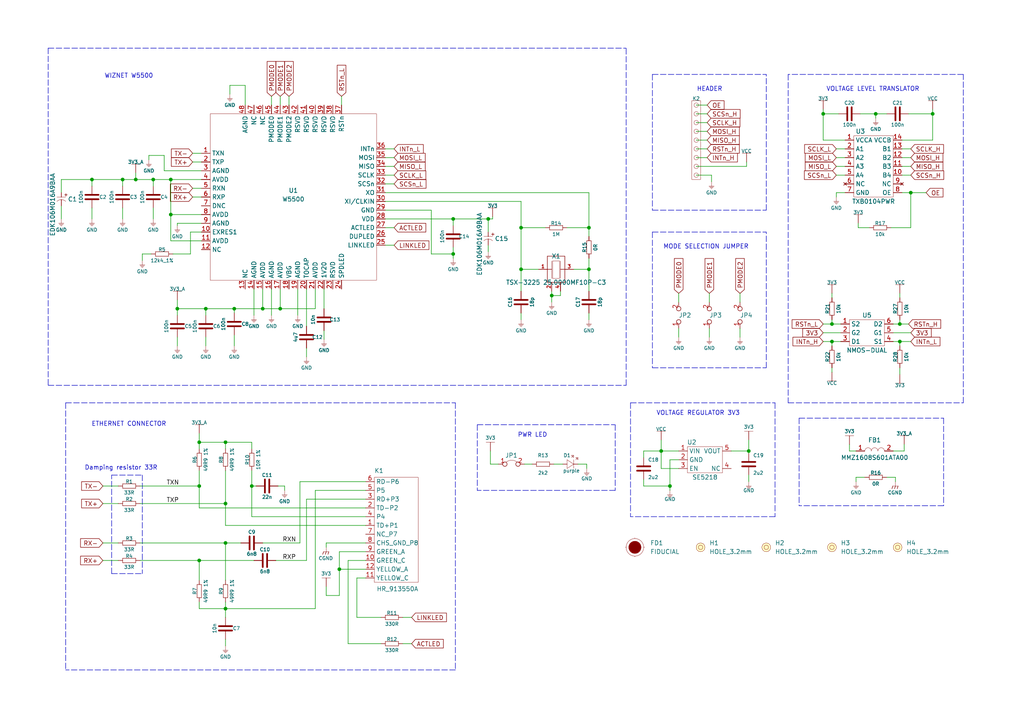
<source format=kicad_sch>
(kicad_sch (version 20211123) (generator eeschema)
  (paper "A4")
  (title_block (title "Ethernet controller W5500 board") (date "22.02.2022") (rev "v1.1.1.") (company "SOLDERED") (comment 1 "333039"))
  (lib_symbols
    (symbol "e-radionica.com schematics:0402LED" (pin_numbers hide) (pin_names (offset 0.254) hide)
      (property "Reference" "D" (at -0.635 2.54 0))
      (property "Value" "0402LED" (at 0 -2.54 0))
      (symbol "0402LED_1_1"
        (pin passive line (at -1.905 0 0) (length 1.27) (name "A") (number "1"))
        (pin passive line (at 2.54 0 180) (length 1.27) (name "K") (number "2"))
      )
    )
    (symbol "e-radionica.com schematics:0402R" (pin_numbers hide) (pin_names (offset 0.254))
      (property "Reference" "R" (at -1.905 1.27 0))
      (property "Value" "0402R" (at 0 -1.27 0))
      (symbol "0402R_1_1"
        (pin passive line (at -3.175 0 0) (length 1.27) (name "~") (number "1"))
        (pin passive line (at 3.175 0 180) (length 1.27) (name "~") (number "2"))
      )
    )
    (symbol "e-radionica.com schematics:0603C" (pin_numbers hide) (pin_names (offset 0.002))
      (property "Reference" "C" (at -0.635 3.175 0))
      (property "Value" "0603C" (at 0 -3.175 0))
      (symbol "0603C_1_1"
        (pin passive line (at -3.175 0 0) (length 2.54) (name "~") (number "1"))
        (pin passive line (at 3.175 0 180) (length 2.54) (name "~") (number "2"))
      )
    )
    (symbol "e-radionica.com schematics:0603L"
      (property "Reference" "L" (at 0 1.905 0))
      (property "Value" "0603L" (at 0 -1.27 0))
      (symbol "0603L_1_1"
        (pin passive line (at -5.715 0 0) (length 2.54) (name "") (number "1"))
        (pin passive line (at 5.08 0 180) (length 2.54) (name "") (number "2"))
      )
    )
    (symbol "e-radionica.com schematics:0603R" (pin_numbers hide) (pin_names (offset 0.254))
      (property "Reference" "R" (at -1.905 1.905 0))
      (property "Value" "0603R" (at 0 -1.905 0))
      (symbol "0603R_1_1"
        (pin passive line (at -3.175 0 0) (length 1.27) (name "~") (number "1"))
        (pin passive line (at 3.175 0 180) (length 1.27) (name "~") (number "2"))
      )
    )
    (symbol "e-radionica.com schematics:3V3" (power) (pin_names (offset 0))
      (property "Value" "3V3" (at 0 3.556 0))
      (symbol "3V3_1_1"
        (pin power_in line (at 0 0 90) (length 0) hide (name "3V3") (number "1"))
      )
    )
    (symbol "e-radionica.com schematics:3V3_A" (power) (pin_names (offset 0))
      (property "Value" "3V3_A" (at 0 3.556 0))
      (symbol "3V3_A_1_1"
        (pin power_in line (at 0 0 90) (length 0) hide (name "3V3_A") (number "1"))
      )
    )
    (symbol "e-radionica.com schematics:CGND" (power) (pin_names (offset 0))
      (property "Value" "CGND" (at 0 -2.921 0))
      (symbol "CGND_1_1"
        (pin power_in line (at 0 0 270) (length 0) hide (name "CGND") (number "1"))
      )
    )
    (symbol "e-radionica.com schematics:CRYSTAL_3225_4_PAD"
      (property "Reference" "X" (at 0 7.112 0))
      (property "Value" "CRYSTAL_3225_4_PAD" (at 0 5.334 0))
      (symbol "CRYSTAL_3225_4_PAD_1_1"
        (pin passive line (at -5.08 0 0) (length 2.54) (name "") (number "1"))
        (pin power_in line (at -1.27 -6.35 90) (length 2.54) (name "") (number "2"))
        (pin output line (at 5.08 0 180) (length 2.54) (name "") (number "3"))
        (pin power_in line (at 1.27 -6.35 90) (length 2.54) (name "") (number "4"))
      )
    )
    (symbol "e-radionica.com schematics:ELECTROLITIC_CAP_4mm" (pin_numbers hide) (pin_names hide)
      (property "Reference" "C" (at -1.27 2.54 0))
      (property "Value" "ELECTROLITIC_CAP_4mm" (at 0 -2.54 0))
      (symbol "ELECTROLITIC_CAP_4mm_0_0"
        (text "+" (at -1.905 1.27 0) (effects (font (size 1 1))))
      )
      (symbol "ELECTROLITIC_CAP_4mm_1_1"
        (pin input line (at -2.54 0 0) (length 1.27) (name "+") (number "1"))
        (pin input line (at 1.27 0 180) (length 1.8) (name "-") (number "2"))
      )
    )
    (symbol "e-radionica.com schematics:FIDUCIAL" (in_bom no)
      (property "Reference" "FD" (at 0 3.81 0))
      (property "Value" "FIDUCIAL" (at 0 -3.81 0))
    )
    (symbol "e-radionica.com schematics:GND" (power) (pin_names (offset 0))
      (property "Value" "GND" (at 0 -2.921 0))
      (symbol "GND_1_1"
        (pin power_in line (at 0 0 270) (length 0) hide (name "GND") (number "1"))
      )
    )
    (symbol "e-radionica.com schematics:GND_3" (power) (pin_names (offset 0))
      (property "Value" "GND" (at 0 -2.921 0))
      (symbol "GND_3_1_1"
        (pin power_in line (at 0 0 270) (length 0) hide (name "GND") (number "1"))
      )
    )
    (symbol "e-radionica.com schematics:HEADER_MALE_9X1" (pin_numbers hide) (pin_names hide)
      (property "Reference" "K" (at -0.635 12.7 0))
      (property "Value" "HEADER_MALE_9X1" (at 0.635 -12.7 0))
      (symbol "HEADER_MALE_9X1_1_1"
        (pin passive line (at 0 -10.16 180) (length 0) (name "~") (number "1"))
        (pin passive line (at 0 -7.62 180) (length 0) (name "~") (number "2"))
        (pin passive line (at 0 -5.08 180) (length 0) (name "~") (number "3"))
        (pin passive line (at 0 -2.54 180) (length 0) (name "~") (number "4"))
        (pin passive line (at 0 0 180) (length 0) (name "~") (number "5"))
        (pin passive line (at 0 2.54 180) (length 0) (name "~") (number "6"))
        (pin passive line (at 0 5.08 180) (length 0) (name "~") (number "7"))
        (pin passive line (at 0 7.62 180) (length 0) (name "~") (number "8"))
        (pin passive line (at 0 10.16 180) (length 0) (name "~") (number "9"))
      )
    )
    (symbol "e-radionica.com schematics:HOLE_3.2mm" (pin_numbers hide) (pin_names hide)
      (property "Reference" "H" (at 0 2.54 0))
      (property "Value" "HOLE_3.2mm" (at 0 -2.54 0))
    )
    (symbol "e-radionica.com schematics:HR_913550A"
      (property "Reference" "K" (at 0 17.78 0))
      (property "Value" "HR_913550A" (at -1.27 -19.05 0))
      (symbol "HR_913550A_1_1"
        (pin input line (at -3.81 1.27 0) (length 2.54) (name "TD+P1") (number "1"))
        (pin input line (at -3.81 -8.89 0) (length 2.54) (name "GREEN_C") (number "10"))
        (pin input line (at -3.81 -13.97 0) (length 2.54) (name "YELLOW_C") (number "11"))
        (pin input line (at -3.81 -11.43 0) (length 2.54) (name "YELLOW_A") (number "12"))
        (pin input line (at -3.81 6.35 0) (length 2.54) (name "TD-P2") (number "2"))
        (pin input line (at -3.81 8.89 0) (length 2.54) (name "RD+P3") (number "3"))
        (pin input line (at -3.81 3.81 0) (length 2.54) (name "P4") (number "4"))
        (pin input line (at -3.81 11.43 0) (length 2.54) (name "P5") (number "5"))
        (pin input line (at -3.81 13.97 0) (length 2.54) (name "RD-P6") (number "6"))
        (pin input line (at -3.81 -1.27 0) (length 2.54) (name "NC_P7") (number "7"))
        (pin input line (at -3.81 -3.81 0) (length 2.54) (name "CHS_GND_P8") (number "8"))
        (pin input line (at -3.81 -6.35 0) (length 2.54) (name "GREEN_A") (number "9"))
      )
    )
    (symbol "e-radionica.com schematics:NMOS-DUAL"
      (property "Reference" "U" (at -3.81 5.08 0))
      (property "Value" "NMOS-DUAL" (at 0 -5.08 0))
      (symbol "NMOS-DUAL_1_1"
        (pin input line (at -7.62 2.54 0) (length 2.54) (name "S2") (number "1"))
        (pin input line (at -7.62 0 0) (length 2.54) (name "G2") (number "2"))
        (pin input line (at -7.62 -2.54 0) (length 2.54) (name "D1") (number "3"))
        (pin input line (at 7.62 -2.54 180) (length 2.54) (name "S1") (number "4"))
        (pin input line (at 7.62 0 180) (length 2.54) (name "G1") (number "5"))
        (pin input line (at 7.62 2.54 180) (length 2.54) (name "D2") (number "6"))
      )
    )
    (symbol "e-radionica.com schematics:SE5218"
      (property "Reference" "U" (at -3.81 5.08 0))
      (property "Value" "SE5218" (at 0 -5.08 0))
      (symbol "SE5218_1_1"
        (pin power_in line (at -7.62 2.54 0) (length 2.54) (name "VIN") (number "1"))
        (pin power_in line (at -7.62 0 0) (length 2.54) (name "GND") (number "2"))
        (pin input line (at -7.62 -2.54 0) (length 2.54) (name "EN") (number "3"))
        (pin passive line (at 7.62 -2.54 180) (length 2.54) (name "NC") (number "4"))
        (pin power_out line (at 7.62 2.54 180) (length 2.54) (name "VOUT") (number "5"))
      )
    )
    (symbol "e-radionica.com schematics:SMD-JUMPER-CONNECTED_TRACE_SLODERMASK"
      (property "Reference" "JP" (at 0 3.556 0))
      (property "Value" "SMD-JUMPER-CONNECTED_TRACE_SLODERMASK" (at 0 -2.54 0))
      (symbol "SMD-JUMPER-CONNECTED_TRACE_SLODERMASK_1_1"
        (pin passive inverted (at -4.064 0 0) (length 2.54) (name "") (number "1"))
        (pin passive inverted (at 3.556 0 180) (length 2.54) (name "") (number "2"))
      )
    )
    (symbol "e-radionica.com schematics:SMD_JUMPER"
      (property "Reference" "JP" (at 0 1.397 0))
      (property "Value" "SMD_JUMPER" (at 0.508 -3.048 0))
      (symbol "SMD_JUMPER_1_1"
        (pin passive inverted (at -3.81 0 0) (length 2.54) (name "") (number "1"))
        (pin passive inverted (at 3.81 0 180) (length 2.54) (name "") (number "2"))
      )
    )
    (symbol "e-radionica.com schematics:TXB0104QPWRQ1"
      (property "Reference" "U" (at 0 8.89 0))
      (property "Value" "TXB0104QPWRQ1" (at 0 -11.43 0))
      (symbol "TXB0104QPWRQ1_1_1"
        (pin power_in line (at -7.62 6.35 0) (length 2.54) (name "VCCA") (number "1"))
        (pin passive line (at 8.89 -3.81 180) (length 2.54) (name "B4") (number "10"))
        (pin passive line (at 8.89 -1.27 180) (length 2.54) (name "B3") (number "11"))
        (pin passive line (at 8.89 1.27 180) (length 2.54) (name "B2") (number "12"))
        (pin passive line (at 8.89 3.81 180) (length 2.54) (name "B1") (number "13"))
        (pin power_out line (at 8.89 6.35 180) (length 2.54) (name "VCCB") (number "14"))
        (pin passive line (at -7.62 3.81 0) (length 2.54) (name "A1") (number "2"))
        (pin passive line (at -7.62 1.27 0) (length 2.54) (name "A2") (number "3"))
        (pin passive line (at -7.62 -1.27 0) (length 2.54) (name "A3") (number "4"))
        (pin passive line (at -7.62 -3.81 0) (length 2.54) (name "A4") (number "5"))
        (pin no_connect line (at -7.62 -6.35 0) (length 2.54) (name "NC") (number "6"))
        (pin passive line (at -7.62 -8.89 0) (length 2.54) (name "GND") (number "7"))
        (pin passive line (at 8.89 -8.89 180) (length 2.54) (name "OE") (number "8"))
        (pin no_connect line (at 8.89 -6.35 180) (length 2.54) (name "NC") (number "9"))
      )
    )
    (symbol "e-radionica.com schematics:VCC" (power) (pin_names (offset 0))
      (property "Value" "VCC" (at 0 3.556 0))
      (symbol "VCC_1_1"
        (pin power_in line (at 0 0 90) (length 0) hide (name "VCC") (number "1"))
      )
    )
    (symbol "e-radionica.com schematics:WIZnet_W5500"
      (property "Reference" "U" (at -26.67 20.32 0))
      (property "Value" "WIZnet_W5500" (at 0 -34.29 0))
      (symbol "WIZnet_W5500_1_1"
        (pin passive line (at -26.67 12.7 0) (length 2.54) (name "TXN") (number "1"))
        (pin passive line (at -26.67 -10.16 0) (length 2.54) (name "EXRES1") (number "10"))
        (pin passive line (at -26.67 -12.7 0) (length 2.54) (name "AVDD") (number "11"))
        (pin passive line (at -26.67 -15.24 0) (length 2.54) (name "NC") (number "12"))
        (pin passive line (at -13.97 -26.67 90) (length 2.54) (name "NC") (number "13"))
        (pin passive line (at -11.43 -26.67 90) (length 2.54) (name "AGND") (number "14"))
        (pin passive line (at -8.89 -26.67 90) (length 2.54) (name "AVDD") (number "15"))
        (pin passive line (at -6.35 -26.67 90) (length 2.54) (name "AGND") (number "16"))
        (pin passive line (at -3.81 -26.67 90) (length 2.54) (name "AVDD") (number "17"))
        (pin passive line (at -1.27 -26.67 90) (length 2.54) (name "VBG") (number "18"))
        (pin passive line (at 1.27 -26.67 90) (length 2.54) (name "AGND") (number "19"))
        (pin passive line (at -26.67 10.16 0) (length 2.54) (name "TXP") (number "2"))
        (pin passive line (at 3.81 -26.67 90) (length 2.54) (name "TOCAP") (number "20"))
        (pin passive line (at 6.35 -26.67 90) (length 2.54) (name "AVDD") (number "21"))
        (pin passive line (at 8.89 -26.67 90) (length 2.54) (name "1V20") (number "22"))
        (pin passive line (at 11.43 -26.67 90) (length 2.54) (name "RSVD") (number "23"))
        (pin passive line (at 13.97 -26.67 90) (length 2.54) (name "SPDLED") (number "24"))
        (pin passive line (at 26.67 -13.97 180) (length 2.54) (name "LINKLED") (number "25"))
        (pin passive line (at 26.67 -11.43 180) (length 2.54) (name "DUPLED") (number "26"))
        (pin passive line (at 26.67 -8.89 180) (length 2.54) (name "ACTLED") (number "27"))
        (pin passive line (at 26.67 -6.35 180) (length 2.54) (name "VDD") (number "28"))
        (pin passive line (at 26.67 -3.81 180) (length 2.54) (name "GND") (number "29"))
        (pin passive line (at -26.67 7.62 0) (length 2.54) (name "AGND") (number "3"))
        (pin passive line (at 26.67 -1.27 180) (length 2.54) (name "XI/CLKIN") (number "30"))
        (pin passive line (at 26.67 1.27 180) (length 2.54) (name "XO") (number "31"))
        (pin passive line (at 26.67 3.81 180) (length 2.54) (name "SCSn") (number "32"))
        (pin passive line (at 26.67 6.35 180) (length 2.54) (name "SCLK") (number "33"))
        (pin passive line (at 26.67 8.89 180) (length 2.54) (name "MISO") (number "34"))
        (pin passive line (at 26.67 11.43 180) (length 2.54) (name "MOSI") (number "35"))
        (pin passive line (at 26.67 13.97 180) (length 2.54) (name "INTn") (number "36"))
        (pin passive line (at 13.97 26.67 270) (length 2.54) (name "RSTn") (number "37"))
        (pin passive line (at 11.43 26.67 270) (length 2.54) (name "RSVD") (number "38"))
        (pin passive line (at 8.89 26.67 270) (length 2.54) (name "RSVD") (number "39"))
        (pin passive line (at -26.67 5.08 0) (length 2.54) (name "AVDD") (number "4"))
        (pin passive line (at 6.35 26.67 270) (length 2.54) (name "RSVD") (number "40"))
        (pin passive line (at 3.81 26.67 270) (length 2.54) (name "RSVD") (number "41"))
        (pin passive line (at 1.27 26.67 270) (length 2.54) (name "RSVD") (number "42"))
        (pin passive line (at -1.27 26.67 270) (length 2.54) (name "PMODE2") (number "43"))
        (pin passive line (at -3.81 26.67 270) (length 2.54) (name "PMODE1") (number "44"))
        (pin passive line (at -6.35 26.67 270) (length 2.54) (name "PMODE0") (number "45"))
        (pin passive line (at -8.89 26.67 270) (length 2.54) (name "NC") (number "46"))
        (pin passive line (at -11.43 26.67 270) (length 2.54) (name "NC") (number "47"))
        (pin passive line (at -13.97 26.67 270) (length 2.54) (name "AGND") (number "48"))
        (pin passive line (at -26.67 2.54 0) (length 2.54) (name "RXN") (number "5"))
        (pin passive line (at -26.67 0 0) (length 2.54) (name "RXP") (number "6"))
        (pin passive line (at -26.67 -2.54 0) (length 2.54) (name "DNC") (number "7"))
        (pin passive line (at -26.67 -5.08 0) (length 2.54) (name "AVDD") (number "8"))
        (pin passive line (at -26.67 -7.62 0) (length 2.54) (name "AGND") (number "9"))
      )
    )
  )
  (junction (at 254 33.02) (diameter 0.9144))
  (junction (at 131.445 73.66) (diameter 0.9144))
  (junction (at 65.405 128.27) (diameter 0.9144))
  (junction (at 35.56 52.07) (diameter 0.9144))
  (junction (at 57.785 128.27) (diameter 0.9144))
  (junction (at 141.605 63.5) (diameter 0.9144))
  (junction (at 51.435 89.535) (diameter 0.9144))
  (junction (at 260.985 99.06) (diameter 0.9144))
  (junction (at 241.3 93.98) (diameter 0.9144))
  (junction (at 49.53 52.07) (diameter 0.9144))
  (junction (at 131.445 63.5) (diameter 0.9144))
  (junction (at 151.13 66.04) (diameter 0.9144))
  (junction (at 57.785 140.97) (diameter 0.9144))
  (junction (at 65.405 146.05) (diameter 0.9144))
  (junction (at 57.785 162.56) (diameter 0.9144))
  (junction (at 67.945 89.535) (diameter 0.9144))
  (junction (at 76.2 89.535) (diameter 0.9144))
  (junction (at 44.45 52.07) (diameter 0.9144))
  (junction (at 98.425 165.1) (diameter 0.9144))
  (junction (at 39.37 52.07) (diameter 0.9144))
  (junction (at 270.51 33.02) (diameter 0.9144))
  (junction (at 238.76 33.02) (diameter 0.9144))
  (junction (at 160.02 85.725) (diameter 0.9144))
  (junction (at 241.3 99.06) (diameter 0.9144))
  (junction (at 73.025 140.97) (diameter 0.9144))
  (junction (at 151.13 78.105) (diameter 0.9144))
  (junction (at 65.405 157.48) (diameter 0.9144))
  (junction (at 26.67 52.07) (diameter 0.9144))
  (junction (at 170.815 66.04) (diameter 0.9144))
  (junction (at 49.53 62.23) (diameter 0.9144))
  (junction (at 194.31 140.97) (diameter 0.9144))
  (junction (at 217.17 130.81) (diameter 0.9144))
  (junction (at 59.69 89.535) (diameter 0.9144))
  (junction (at 260.985 93.98) (diameter 0.9144))
  (junction (at 81.28 89.535) (diameter 0.9144))
  (junction (at 65.405 176.53) (diameter 0.9144))
  (junction (at 264.16 55.88) (diameter 0.9144))
  (junction (at 170.815 78.105) (diameter 0.9144))
  (junction (at 191.77 130.81) (diameter 0.9144))
  (wire (pts (xy 111.76 43.18) (xy 114.3 43.18)))
  (wire (pts (xy 44.45 52.07) (xy 44.45 53.975)))
  (wire (pts (xy 91.44 142.24) (xy 91.44 176.53)))
  (wire (pts (xy 91.44 142.24) (xy 106.045 142.24)))
  (wire (pts (xy 91.44 176.53) (xy 65.405 176.53)))
  (wire (pts (xy 201.93 38.1) (xy 205.105 38.1)))
  (wire (pts (xy 81.28 27.94) (xy 81.28 30.48)))
  (wire (pts (xy 186.69 132.715) (xy 186.69 130.81)))
  (wire (pts (xy 65.405 174.625) (xy 65.405 176.53)))
  (wire (pts (xy 65.405 176.53) (xy 65.405 179.07)))
  (wire (pts (xy 238.76 40.64) (xy 245.11 40.64)))
  (wire (pts (xy 257.175 138.43) (xy 259.715 138.43)))
  (wire (pts (xy 259.715 138.43) (xy 259.715 139.7)))
  (wire (pts (xy 242.57 45.72) (xy 245.11 45.72)))
  (wire (pts (xy 214.63 95.25) (xy 214.63 97.79)))
  (wire (pts (xy 166.37 78.105) (xy 170.815 78.105)))
  (polyline (pts (xy 222.25 106.68) (xy 222.25 67.31)) (stroke (width 0) (type dash)))
  (polyline (pts (xy 138.43 123.19) (xy 138.43 142.24)) (stroke (width 0) (type dash)))
  (wire (pts (xy 57.785 147.32) (xy 57.785 140.97)))
  (wire (pts (xy 88.9 144.78) (xy 106.045 144.78)))
  (wire (pts (xy 88.9 162.56) (xy 88.9 144.78)))
  (wire (pts (xy 238.76 96.52) (xy 243.84 96.52)))
  (wire (pts (xy 17.78 59.69) (xy 17.78 63.5)))
  (wire (pts (xy 35.56 52.07) (xy 35.56 53.975)))
  (wire (pts (xy 116.84 186.69) (xy 119.38 186.69)))
  (wire (pts (xy 205.74 85.09) (xy 205.74 87.63)))
  (wire (pts (xy 186.69 130.81) (xy 191.77 130.81)))
  (wire (pts (xy 51.435 64.77) (xy 58.42 64.77)))
  (wire (pts (xy 196.85 130.81) (xy 191.77 130.81)))
  (wire (pts (xy 80.645 140.97) (xy 82.55 140.97)))
  (wire (pts (xy 82.55 140.97) (xy 82.55 142.24)))
  (polyline (pts (xy 189.23 67.31) (xy 222.25 67.31)) (stroke (width 0) (type dash)))
  (wire (pts (xy 39.37 50.165) (xy 39.37 52.07)))
  (wire (pts (xy 212.09 130.81) (xy 217.17 130.81)))
  (wire (pts (xy 201.93 40.64) (xy 205.105 40.64)))
  (wire (pts (xy 196.85 95.25) (xy 196.85 97.79)))
  (wire (pts (xy 125.095 60.96) (xy 125.095 73.66)))
  (wire (pts (xy 125.095 73.66) (xy 131.445 73.66)))
  (wire (pts (xy 201.93 33.02) (xy 205.105 33.02)))
  (wire (pts (xy 261.62 43.18) (xy 264.16 43.18)))
  (wire (pts (xy 196.85 85.09) (xy 196.85 87.63)))
  (wire (pts (xy 191.77 135.89) (xy 191.77 130.81)))
  (wire (pts (xy 94.615 170.18) (xy 94.615 172.72)))
  (wire (pts (xy 94.615 172.72) (xy 98.425 172.72)))
  (wire (pts (xy 98.425 160.02) (xy 106.045 160.02)))
  (wire (pts (xy 98.425 165.1) (xy 98.425 160.02)))
  (wire (pts (xy 98.425 172.72) (xy 98.425 165.1)))
  (wire (pts (xy 261.62 40.64) (xy 270.51 40.64)))
  (wire (pts (xy 131.445 63.5) (xy 131.445 65.405)))
  (wire (pts (xy 241.3 99.06) (xy 241.3 100.33)))
  (wire (pts (xy 259.08 96.52) (xy 264.16 96.52)))
  (wire (pts (xy 51.435 86.995) (xy 51.435 89.535)))
  (polyline (pts (xy 13.97 13.97) (xy 13.97 111.76)) (stroke (width 0) (type dash)))
  (polyline (pts (xy 13.97 13.97) (xy 181.61 13.97)) (stroke (width 0) (type dash)))
  (polyline (pts (xy 13.97 111.76) (xy 181.61 111.76)) (stroke (width 0) (type dash)))
  (polyline (pts (xy 181.61 111.76) (xy 181.61 13.97)) (stroke (width 0) (type dash)))
  (polyline (pts (xy 189.23 106.68) (xy 222.25 106.68)) (stroke (width 0) (type dash)))
  (wire (pts (xy 65.405 136.525) (xy 65.405 146.05)))
  (polyline (pts (xy 182.88 116.84) (xy 182.88 149.86)) (stroke (width 0) (type dash)))
  (polyline (pts (xy 182.88 116.84) (xy 224.79 116.84)) (stroke (width 0) (type dash)))
  (polyline (pts (xy 224.79 116.84) (xy 224.79 149.86)) (stroke (width 0) (type dash)))
  (polyline (pts (xy 224.79 149.86) (xy 182.88 149.86)) (stroke (width 0) (type dash)))
  (wire (pts (xy 201.93 50.8) (xy 206.375 50.8)))
  (wire (pts (xy 206.375 50.8) (xy 206.375 52.705)))
  (polyline (pts (xy 138.43 123.19) (xy 178.435 123.19)) (stroke (width 0) (type dash)))
  (wire (pts (xy 103.505 167.64) (xy 106.045 167.64)))
  (wire (pts (xy 103.505 179.07) (xy 103.505 167.64)))
  (wire (pts (xy 110.49 179.07) (xy 103.505 179.07)))
  (wire (pts (xy 55.88 46.99) (xy 58.42 46.99)))
  (wire (pts (xy 93.98 83.82) (xy 93.98 89.535)))
  (wire (pts (xy 170.18 134.62) (xy 170.18 135.89)))
  (wire (pts (xy 201.93 43.18) (xy 205.105 43.18)))
  (wire (pts (xy 201.93 35.56) (xy 205.105 35.56)))
  (wire (pts (xy 29.845 157.48) (xy 34.29 157.48)))
  (wire (pts (xy 106.045 157.48) (xy 94.615 157.48)))
  (wire (pts (xy 201.93 45.72) (xy 205.105 45.72)))
  (wire (pts (xy 73.025 149.86) (xy 106.045 149.86)))
  (wire (pts (xy 111.76 63.5) (xy 131.445 63.5)))
  (wire (pts (xy 170.18 134.62) (xy 167.64 134.62)))
  (wire (pts (xy 57.785 174.625) (xy 57.785 176.53)))
  (wire (pts (xy 57.785 176.53) (xy 65.405 176.53)))
  (wire (pts (xy 217.17 137.795) (xy 217.17 139.7)))
  (wire (pts (xy 142.24 130.81) (xy 142.24 134.62)))
  (wire (pts (xy 270.51 33.02) (xy 270.51 31.75)))
  (wire (pts (xy 270.51 40.64) (xy 270.51 33.02)))
  (wire (pts (xy 73.025 140.97) (xy 73.025 136.525)))
  (wire (pts (xy 73.025 149.86) (xy 73.025 140.97)))
  (wire (pts (xy 259.08 93.98) (xy 260.985 93.98)))
  (wire (pts (xy 260.985 93.98) (xy 263.525 93.98)))
  (wire (pts (xy 88.9 100.965) (xy 88.9 103.505)))
  (wire (pts (xy 194.31 133.35) (xy 194.31 140.97)))
  (wire (pts (xy 254 33.02) (xy 257.175 33.02)))
  (wire (pts (xy 254 34.29) (xy 254 33.02)))
  (wire (pts (xy 131.445 71.755) (xy 131.445 73.66)))
  (wire (pts (xy 131.445 73.66) (xy 131.445 74.93)))
  (wire (pts (xy 29.845 140.97) (xy 34.29 140.97)))
  (wire (pts (xy 111.76 45.72) (xy 114.3 45.72)))
  (wire (pts (xy 51.435 89.535) (xy 59.69 89.535)))
  (wire (pts (xy 51.435 91.44) (xy 51.435 89.535)))
  (wire (pts (xy 59.69 89.535) (xy 67.945 89.535)))
  (wire (pts (xy 259.08 130.81) (xy 262.255 130.81)))
  (wire (pts (xy 262.255 130.81) (xy 262.255 128.905)))
  (wire (pts (xy 26.67 52.07) (xy 26.67 53.975)))
  (wire (pts (xy 65.405 185.42) (xy 65.405 187.325)))
  (wire (pts (xy 160.02 84.455) (xy 160.02 85.725)))
  (wire (pts (xy 160.02 85.725) (xy 160.02 87.63)))
  (wire (pts (xy 44.45 60.325) (xy 44.45 63.5)))
  (wire (pts (xy 57.785 125.73) (xy 57.785 128.27)))
  (wire (pts (xy 57.785 128.27) (xy 57.785 130.175)))
  (wire (pts (xy 111.76 53.34) (xy 114.3 53.34)))
  (wire (pts (xy 131.445 63.5) (xy 141.605 63.5)))
  (wire (pts (xy 141.605 63.5) (xy 142.875 63.5)))
  (polyline (pts (xy 178.435 123.19) (xy 178.435 142.24)) (stroke (width 0) (type dash)))
  (wire (pts (xy 151.13 78.105) (xy 156.21 78.105)))
  (wire (pts (xy 261.62 50.8) (xy 264.16 50.8)))
  (wire (pts (xy 162.56 84.455) (xy 162.56 85.725)))
  (wire (pts (xy 162.56 85.725) (xy 160.02 85.725)))
  (wire (pts (xy 40.64 157.48) (xy 65.405 157.48)))
  (wire (pts (xy 65.405 157.48) (xy 69.85 157.48)))
  (wire (pts (xy 258.445 66.04) (xy 264.16 66.04)))
  (wire (pts (xy 261.62 55.88) (xy 264.16 55.88)))
  (wire (pts (xy 264.16 55.88) (xy 264.16 66.04)))
  (wire (pts (xy 26.67 60.325) (xy 26.67 63.5)))
  (wire (pts (xy 55.88 54.61) (xy 58.42 54.61)))
  (wire (pts (xy 201.93 30.48) (xy 205.105 30.48)))
  (wire (pts (xy 241.3 85.09) (xy 241.3 86.36)))
  (wire (pts (xy 242.57 55.88) (xy 242.57 57.15)))
  (wire (pts (xy 245.11 55.88) (xy 242.57 55.88)))
  (wire (pts (xy 242.57 43.18) (xy 245.11 43.18)))
  (wire (pts (xy 186.69 140.97) (xy 194.31 140.97)))
  (wire (pts (xy 83.82 27.94) (xy 83.82 30.48)))
  (polyline (pts (xy 231.775 121.285) (xy 231.775 146.685)) (stroke (width 0) (type dash)))
  (polyline (pts (xy 231.775 121.285) (xy 273.685 121.285)) (stroke (width 0) (type dash)))
  (polyline (pts (xy 273.685 121.285) (xy 273.685 146.685)) (stroke (width 0) (type dash)))
  (polyline (pts (xy 273.685 146.685) (xy 231.775 146.685)) (stroke (width 0) (type dash)))
  (wire (pts (xy 186.69 139.065) (xy 186.69 140.97)))
  (wire (pts (xy 260.985 99.06) (xy 260.985 100.33)))
  (wire (pts (xy 194.31 140.97) (xy 194.31 142.24)))
  (wire (pts (xy 141.605 63.5) (xy 141.605 67.31)))
  (wire (pts (xy 217.17 130.81) (xy 217.17 131.445)))
  (wire (pts (xy 164.465 66.04) (xy 170.815 66.04)))
  (wire (pts (xy 88.9 83.82) (xy 88.9 94.615)))
  (wire (pts (xy 67.945 89.535) (xy 67.945 90.805)))
  (wire (pts (xy 78.74 83.82) (xy 78.74 91.44)))
  (wire (pts (xy 151.13 90.805) (xy 151.13 92.71)))
  (wire (pts (xy 152.146 134.62) (xy 154.305 134.62)))
  (wire (pts (xy 39.37 52.07) (xy 44.45 52.07)))
  (wire (pts (xy 44.45 52.07) (xy 49.53 52.07)))
  (wire (pts (xy 170.815 74.93) (xy 170.815 78.105)))
  (wire (pts (xy 170.815 78.105) (xy 170.815 84.455)))
  (wire (pts (xy 58.42 69.85) (xy 49.53 69.85)))
  (wire (pts (xy 205.74 95.25) (xy 205.74 97.79)))
  (wire (pts (xy 57.785 140.97) (xy 57.785 136.525)))
  (wire (pts (xy 65.405 128.27) (xy 57.785 128.27)))
  (wire (pts (xy 65.405 130.175) (xy 65.405 128.27)))
  (wire (pts (xy 59.69 89.535) (xy 59.69 91.44)))
  (wire (pts (xy 160.655 134.62) (xy 163.195 134.62)))
  (wire (pts (xy 73.025 128.27) (xy 65.405 128.27)))
  (wire (pts (xy 73.025 130.175) (xy 73.025 128.27)))
  (wire (pts (xy 98.425 165.1) (xy 106.045 165.1)))
  (wire (pts (xy 57.785 162.56) (xy 57.785 168.275)))
  (wire (pts (xy 66.675 24.765) (xy 66.675 27.305)))
  (wire (pts (xy 71.12 24.765) (xy 66.675 24.765)))
  (wire (pts (xy 71.12 30.48) (xy 71.12 24.765)))
  (wire (pts (xy 260.985 106.68) (xy 260.985 108.585)))
  (wire (pts (xy 76.2 83.82) (xy 76.2 89.535)))
  (wire (pts (xy 91.44 83.82) (xy 91.44 89.535)))
  (wire (pts (xy 35.56 60.325) (xy 35.56 63.5)))
  (wire (pts (xy 238.76 99.06) (xy 241.3 99.06)))
  (wire (pts (xy 241.3 99.06) (xy 243.84 99.06)))
  (wire (pts (xy 67.945 89.535) (xy 76.2 89.535)))
  (wire (pts (xy 76.2 89.535) (xy 81.28 89.535)))
  (wire (pts (xy 81.28 89.535) (xy 91.44 89.535)))
  (wire (pts (xy 242.57 50.8) (xy 245.11 50.8)))
  (wire (pts (xy 55.88 44.45) (xy 58.42 44.45)))
  (polyline (pts (xy 189.23 67.31) (xy 189.23 106.68)) (stroke (width 0) (type dash)))
  (polyline (pts (xy 32.385 137.795) (xy 41.275 137.795)) (stroke (width 0) (type dash)))
  (polyline (pts (xy 32.385 166.37) (xy 32.385 137.795)) (stroke (width 0) (type dash)))
  (polyline (pts (xy 32.385 166.37) (xy 41.275 166.37)) (stroke (width 0) (type dash)))
  (polyline (pts (xy 41.275 137.795) (xy 41.275 166.37)) (stroke (width 0) (type dash)))
  (wire (pts (xy 94.615 157.48) (xy 94.615 158.75)))
  (wire (pts (xy 246.38 130.81) (xy 246.38 128.905)))
  (wire (pts (xy 248.285 130.81) (xy 246.38 130.81)))
  (wire (pts (xy 151.13 66.04) (xy 151.13 78.105)))
  (wire (pts (xy 151.13 78.105) (xy 151.13 84.455)))
  (polyline (pts (xy 178.435 142.24) (xy 138.43 142.24)) (stroke (width 0) (type dash)))
  (wire (pts (xy 248.285 138.43) (xy 248.285 139.7)))
  (wire (pts (xy 250.825 138.43) (xy 248.285 138.43)))
  (wire (pts (xy 49.53 52.07) (xy 49.53 62.23)))
  (wire (pts (xy 49.53 62.23) (xy 49.53 69.85)))
  (wire (pts (xy 261.62 48.26) (xy 264.16 48.26)))
  (wire (pts (xy 260.985 92.71) (xy 260.985 93.98)))
  (wire (pts (xy 51.435 64.77) (xy 51.435 65.405)))
  (wire (pts (xy 116.84 179.07) (xy 119.38 179.07)))
  (wire (pts (xy 41.275 73.66) (xy 41.275 75.565)))
  (wire (pts (xy 43.815 73.66) (xy 41.275 73.66)))
  (wire (pts (xy 191.77 127.635) (xy 191.77 130.81)))
  (wire (pts (xy 40.64 146.05) (xy 65.405 146.05)))
  (wire (pts (xy 29.845 146.05) (xy 34.29 146.05)))
  (wire (pts (xy 261.62 45.72) (xy 264.16 45.72)))
  (wire (pts (xy 238.76 31.75) (xy 238.76 33.02)))
  (wire (pts (xy 238.76 33.02) (xy 238.76 40.64)))
  (wire (pts (xy 55.88 57.15) (xy 58.42 57.15)))
  (wire (pts (xy 242.57 48.26) (xy 245.11 48.26)))
  (wire (pts (xy 260.985 85.09) (xy 260.985 86.36)))
  (wire (pts (xy 99.06 27.94) (xy 99.06 30.48)))
  (wire (pts (xy 111.76 66.04) (xy 114.3 66.04)))
  (polyline (pts (xy 189.23 21.59) (xy 189.23 60.96)) (stroke (width 0) (type dash)))
  (polyline (pts (xy 189.23 21.59) (xy 222.25 21.59)) (stroke (width 0) (type dash)))
  (polyline (pts (xy 189.23 60.96) (xy 222.25 60.96)) (stroke (width 0) (type dash)))
  (polyline (pts (xy 222.25 60.96) (xy 222.25 21.59)) (stroke (width 0) (type dash)))
  (wire (pts (xy 141.605 71.12) (xy 141.605 73.025)))
  (wire (pts (xy 111.76 50.8) (xy 114.3 50.8)))
  (wire (pts (xy 263.525 33.02) (xy 270.51 33.02)))
  (wire (pts (xy 59.69 97.79) (xy 59.69 100.33)))
  (wire (pts (xy 243.205 33.02) (xy 238.76 33.02)))
  (wire (pts (xy 78.74 27.94) (xy 78.74 30.48)))
  (wire (pts (xy 241.3 92.71) (xy 241.3 93.98)))
  (wire (pts (xy 248.92 66.04) (xy 248.92 64.77)))
  (wire (pts (xy 252.095 66.04) (xy 248.92 66.04)))
  (wire (pts (xy 151.13 58.42) (xy 151.13 66.04)))
  (wire (pts (xy 241.3 106.68) (xy 241.3 107.95)))
  (wire (pts (xy 214.63 85.09) (xy 214.63 87.63)))
  (wire (pts (xy 111.76 48.26) (xy 114.3 48.26)))
  (polyline (pts (xy 228.6 21.59) (xy 228.6 116.84)) (stroke (width 0) (type dash)))
  (polyline (pts (xy 228.6 116.84) (xy 279.4 116.84)) (stroke (width 0) (type dash)))
  (polyline (pts (xy 279.4 21.59) (xy 228.6 21.59)) (stroke (width 0) (type dash)))
  (polyline (pts (xy 279.4 116.84) (xy 279.4 21.59)) (stroke (width 0) (type dash)))
  (wire (pts (xy 100.965 162.56) (xy 106.045 162.56)))
  (wire (pts (xy 100.965 186.69) (xy 100.965 162.56)))
  (wire (pts (xy 110.49 186.69) (xy 100.965 186.69)))
  (wire (pts (xy 29.845 162.56) (xy 34.29 162.56)))
  (wire (pts (xy 93.98 95.885) (xy 93.98 98.425)))
  (wire (pts (xy 43.18 45.085) (xy 43.18 46.355)))
  (wire (pts (xy 47.625 45.085) (xy 43.18 45.085)))
  (wire (pts (xy 47.625 49.53) (xy 47.625 45.085)))
  (wire (pts (xy 58.42 49.53) (xy 47.625 49.53)))
  (wire (pts (xy 51.435 97.79) (xy 51.435 100.33)))
  (wire (pts (xy 111.76 60.96) (xy 125.095 60.96)))
  (wire (pts (xy 58.42 62.23) (xy 49.53 62.23)))
  (wire (pts (xy 80.01 162.56) (xy 88.9 162.56)))
  (wire (pts (xy 264.16 55.88) (xy 268.605 55.88)))
  (wire (pts (xy 151.13 66.04) (xy 158.115 66.04)))
  (wire (pts (xy 217.17 127.635) (xy 217.17 130.81)))
  (wire (pts (xy 65.405 157.48) (xy 65.405 168.275)))
  (wire (pts (xy 111.76 71.12) (xy 114.3 71.12)))
  (wire (pts (xy 35.56 52.07) (xy 39.37 52.07)))
  (wire (pts (xy 201.93 48.26) (xy 216.535 48.26)))
  (wire (pts (xy 216.535 48.26) (xy 216.535 46.99)))
  (wire (pts (xy 65.405 152.4) (xy 65.405 146.05)))
  (wire (pts (xy 65.405 152.4) (xy 106.045 152.4)))
  (wire (pts (xy 249.555 33.02) (xy 254 33.02)))
  (polyline (pts (xy 19.05 116.84) (xy 19.05 194.31)) (stroke (width 0) (type dash)))
  (polyline (pts (xy 19.05 116.84) (xy 132.08 116.84)) (stroke (width 0) (type dash)))
  (polyline (pts (xy 132.08 116.84) (xy 132.08 194.31)) (stroke (width 0) (type dash)))
  (polyline (pts (xy 132.08 194.31) (xy 19.05 194.31)) (stroke (width 0) (type dash)))
  (wire (pts (xy 111.76 55.88) (xy 170.815 55.88)))
  (wire (pts (xy 67.945 97.155) (xy 67.945 100.33)))
  (wire (pts (xy 144.526 134.62) (xy 142.24 134.62)))
  (wire (pts (xy 196.85 133.35) (xy 194.31 133.35)))
  (wire (pts (xy 58.42 52.07) (xy 49.53 52.07)))
  (wire (pts (xy 76.2 157.48) (xy 86.995 157.48)))
  (wire (pts (xy 86.995 139.7) (xy 106.045 139.7)))
  (wire (pts (xy 86.995 157.48) (xy 86.995 139.7)))
  (wire (pts (xy 40.64 162.56) (xy 57.785 162.56)))
  (wire (pts (xy 57.785 162.56) (xy 73.66 162.56)))
  (wire (pts (xy 40.64 140.97) (xy 57.785 140.97)))
  (wire (pts (xy 238.76 93.98) (xy 241.3 93.98)))
  (wire (pts (xy 241.3 93.98) (xy 243.84 93.98)))
  (wire (pts (xy 196.85 135.89) (xy 191.77 135.89)))
  (wire (pts (xy 86.36 83.82) (xy 86.36 91.44)))
  (wire (pts (xy 170.815 66.04) (xy 170.815 55.88)))
  (wire (pts (xy 170.815 68.58) (xy 170.815 66.04)))
  (wire (pts (xy 50.165 73.66) (xy 55.245 73.66)))
  (wire (pts (xy 55.245 67.31) (xy 58.42 67.31)))
  (wire (pts (xy 55.245 73.66) (xy 55.245 67.31)))
  (wire (pts (xy 170.815 90.805) (xy 170.815 92.71)))
  (wire (pts (xy 81.28 83.82) (xy 81.28 89.535)))
  (wire (pts (xy 259.08 99.06) (xy 260.985 99.06)))
  (wire (pts (xy 260.985 99.06) (xy 264.16 99.06)))
  (wire (pts (xy 57.785 147.32) (xy 106.045 147.32)))
  (wire (pts (xy 142.875 62.865) (xy 142.875 63.5)))
  (wire (pts (xy 17.78 52.07) (xy 26.67 52.07)))
  (wire (pts (xy 17.78 55.88) (xy 17.78 52.07)))
  (wire (pts (xy 26.67 52.07) (xy 35.56 52.07)))
  (wire (pts (xy 111.76 58.42) (xy 151.13 58.42)))
  (wire (pts (xy 73.66 83.82) (xy 73.66 91.44)))
  (wire (pts (xy 73.025 140.97) (xy 74.295 140.97)))
  (text "WIZNET W5500" (at 44.45 22.86 180) (effects (font (size 1.27 1.27)) (justify right bottom)))
  (text "HEADER" (at 209.55 26.67 180) (effects (font (size 1.27 1.27)) (justify right bottom)))
  (text "PWR LED" (at 158.75 127 180) (effects (font (size 1.27 1.27)) (justify right bottom)))
  (text "Damping resistor 33R" (at 45.72 136.525 180) (effects (font (size 1.27 1.27)) (justify right bottom)))
  (text "ETHERNET CONNECTOR" (at 48.26 123.825 180) (effects (font (size 1.27 1.27)) (justify right bottom)))
  (text "VOLTAGE REGULATOR 3V3" (at 214.63 120.65 180) (effects (font (size 1.27 1.27)) (justify right bottom)))
  (text "MODE SELECTION JUMPER" (at 217.17 72.39 180) (effects (font (size 1.27 1.27)) (justify right bottom)))
  (text "VOLTAGE LEVEL TRANSLATOR" (at 266.7 26.67 180) (effects (font (size 1.27 1.27)) (justify right bottom)))
  (label "TXN" (at 48.26 140.97 0))
  (label "RXN" (at 81.915 157.48 0))
  (label "TXP" (at 48.26 146.05 0))
  (label "RXP" (at 81.915 162.56 0))
  (global_label "RSTn_L" (shape input) (at 99.06 27.94 90) (property "Intersheet References" "${INTERSHEET_REFS}" (effects hide)))
  (global_label "MISO_L" (shape input) (at 114.3 48.26 0) (property "Intersheet References" "${INTERSHEET_REFS}" (effects hide)))
  (global_label "RSTn_L" (shape input) (at 238.76 93.98 180) (property "Intersheet References" "${INTERSHEET_REFS}" (effects hide)))
  (global_label "PMODE2" (shape input) (at 83.82 27.94 90) (property "Intersheet References" "${INTERSHEET_REFS}" (effects hide)))
  (global_label "ACTLED" (shape input) (at 114.3 66.04 0) (property "Intersheet References" "${INTERSHEET_REFS}" (effects hide)))
  (global_label "SCLK_L" (shape input) (at 114.3 50.8 0) (property "Intersheet References" "${INTERSHEET_REFS}" (effects hide)))
  (global_label "RX+" (shape input) (at 29.845 162.56 180) (property "Intersheet References" "${INTERSHEET_REFS}" (effects hide)))
  (global_label "TX-" (shape input) (at 29.845 140.97 180) (property "Intersheet References" "${INTERSHEET_REFS}" (effects hide)))
  (global_label "PMODE0" (shape input) (at 196.85 85.09 90) (property "Intersheet References" "${INTERSHEET_REFS}" (effects hide)))
  (global_label "MOSI_L" (shape input) (at 242.57 45.72 180) (property "Intersheet References" "${INTERSHEET_REFS}" (effects hide)))
  (global_label "SCSn_H" (shape input) (at 264.16 50.8 0) (property "Intersheet References" "${INTERSHEET_REFS}" (effects hide)))
  (global_label "ACTLED" (shape input) (at 119.38 186.69 0) (property "Intersheet References" "${INTERSHEET_REFS}" (effects hide)))
  (global_label "3V3" (shape input) (at 264.16 96.52 0) (property "Intersheet References" "${INTERSHEET_REFS}" (effects hide)))
  (global_label "PMODE1" (shape input) (at 81.28 27.94 90) (property "Intersheet References" "${INTERSHEET_REFS}" (effects hide)))
  (global_label "SCSn_H" (shape input) (at 205.105 33.02 0) (property "Intersheet References" "${INTERSHEET_REFS}" (effects hide)))
  (global_label "RSTn_H" (shape input) (at 205.105 43.18 0) (property "Intersheet References" "${INTERSHEET_REFS}" (effects hide)))
  (global_label "INTn_L" (shape input) (at 264.16 99.06 0) (property "Intersheet References" "${INTERSHEET_REFS}" (effects hide)))
  (global_label "INTn_H" (shape input) (at 238.76 99.06 180) (property "Intersheet References" "${INTERSHEET_REFS}" (effects hide)))
  (global_label "SCLK_L" (shape input) (at 242.57 43.18 180) (property "Intersheet References" "${INTERSHEET_REFS}" (effects hide)))
  (global_label "SCSn_L" (shape input) (at 114.3 53.34 0) (property "Intersheet References" "${INTERSHEET_REFS}" (effects hide)))
  (global_label "TX-" (shape input) (at 55.88 44.45 180) (property "Intersheet References" "${INTERSHEET_REFS}" (effects hide)))
  (global_label "OE" (shape input) (at 205.105 30.48 0) (property "Intersheet References" "${INTERSHEET_REFS}" (effects hide)))
  (global_label "LINKLED" (shape input) (at 114.3 71.12 0) (property "Intersheet References" "${INTERSHEET_REFS}" (effects hide)))
  (global_label "TX+" (shape input) (at 29.845 146.05 180) (property "Intersheet References" "${INTERSHEET_REFS}" (effects hide)))
  (global_label "MISO_H" (shape input) (at 264.16 48.26 0) (property "Intersheet References" "${INTERSHEET_REFS}" (effects hide)))
  (global_label "SCSn_L" (shape input) (at 242.57 50.8 180) (property "Intersheet References" "${INTERSHEET_REFS}" (effects hide)))
  (global_label "SCLK_H" (shape input) (at 205.105 35.56 0) (property "Intersheet References" "${INTERSHEET_REFS}" (effects hide)))
  (global_label "MISO_L" (shape input) (at 242.57 48.26 180) (property "Intersheet References" "${INTERSHEET_REFS}" (effects hide)))
  (global_label "3V3" (shape input) (at 238.76 96.52 180) (property "Intersheet References" "${INTERSHEET_REFS}" (effects hide)))
  (global_label "LINKLED" (shape input) (at 119.38 179.07 0) (property "Intersheet References" "${INTERSHEET_REFS}" (effects hide)))
  (global_label "TX+" (shape input) (at 55.88 46.99 180) (property "Intersheet References" "${INTERSHEET_REFS}" (effects hide)))
  (global_label "PMODE1" (shape input) (at 205.74 85.09 90) (property "Intersheet References" "${INTERSHEET_REFS}" (effects hide)))
  (global_label "MOSI_H" (shape input) (at 205.105 38.1 0) (property "Intersheet References" "${INTERSHEET_REFS}" (effects hide)))
  (global_label "RX-" (shape input) (at 29.845 157.48 180) (property "Intersheet References" "${INTERSHEET_REFS}" (effects hide)))
  (global_label "OE" (shape input) (at 268.605 55.88 0) (property "Intersheet References" "${INTERSHEET_REFS}" (effects hide)))
  (global_label "RX+" (shape input) (at 55.88 57.15 180) (property "Intersheet References" "${INTERSHEET_REFS}" (effects hide)))
  (global_label "MOSI_H" (shape input) (at 264.16 45.72 0) (property "Intersheet References" "${INTERSHEET_REFS}" (effects hide)))
  (global_label "INTn_H" (shape input) (at 205.105 45.72 0) (property "Intersheet References" "${INTERSHEET_REFS}" (effects hide)))
  (global_label "PMODE0" (shape input) (at 78.74 27.94 90) (property "Intersheet References" "${INTERSHEET_REFS}" (effects hide)))
  (global_label "MISO_H" (shape input) (at 205.105 40.64 0) (property "Intersheet References" "${INTERSHEET_REFS}" (effects hide)))
  (global_label "RSTn_H" (shape input) (at 263.525 93.98 0) (property "Intersheet References" "${INTERSHEET_REFS}" (effects hide)))
  (global_label "PMODE2" (shape input) (at 214.63 85.09 90) (property "Intersheet References" "${INTERSHEET_REFS}" (effects hide)))
  (global_label "INTn_L" (shape input) (at 114.3 43.18 0) (property "Intersheet References" "${INTERSHEET_REFS}" (effects hide)))
  (global_label "MOSI_L" (shape input) (at 114.3 45.72 0) (property "Intersheet References" "${INTERSHEET_REFS}" (effects hide)))
  (global_label "SCLK_H" (shape input) (at 264.16 43.18 0) (property "Intersheet References" "${INTERSHEET_REFS}" (effects hide)))
  (global_label "RX-" (shape input) (at 55.88 54.61 180) (property "Intersheet References" "${INTERSHEET_REFS}" (effects hide)))
  (symbol (lib_id "e-radionica.com schematics:3V3_A") (at 39.37 50.165 0) (unit 1)
    (property "Reference" "#PWR04" (effects hide))
    (property "Value" "3V3_A" (at 39.37 46.99 0) (effects (font (size 1 1))))
  )
  (symbol (lib_id "e-radionica.com schematics:0603R") (at 254 138.43 0) (unit 1)
    (property "Reference" "R16" (at 254 137.16 0) (effects (font (size 1 1))))
    (property "Value" "0R" (at 254 140.335 0) (effects (font (size 1 1))))
    (property "Footprint" "e-radionica.com footprinti:0603R" (effects hide))
  )
  (symbol (lib_id "e-radionica.com schematics:0603R") (at 37.465 140.97 0) (unit 1)
    (property "Reference" "R1" (at 37.465 139.7 0) (effects (font (size 1 1))))
    (property "Value" "33R" (at 37.465 142.875 0) (effects (font (size 1 1))))
    (property "Footprint" "e-radionica.com footprinti:0603R" (effects hide))
  )
  (symbol (lib_id "e-radionica.com schematics:SMD_JUMPER") (at 214.63 91.44 90) (unit 1)
    (property "Reference" "JP4" (at 214.63 91.4399 90) (effects (justify right)))
    (property "Value" "SMD_JUMPER" (effects hide))
    (property "Footprint" "e-radionica.com footprinti:SMD_JUMPER" (effects hide))
  )
  (symbol (lib_id "e-radionica.com schematics:VCC") (at 260.985 85.09 0) (unit 1)
    (property "Reference" "#PWR052" (effects hide))
    (property "Value" "VCC" (at 260.985 81.915 0) (effects (font (size 1 1))))
  )
  (symbol (lib_id "e-radionica.com schematics:HEADER_MALE_9X1") (at 201.93 40.64 0) (unit 1)
    (property "Reference" "K2" (at 201.93 28.575 0) (effects (font (size 1 1))))
    (property "Value" "HEADER_MALE_9X1" (effects hide))
    (property "Footprint" "e-radionica.com footprinti:HEADER_MALE_9X1" (effects hide))
  )
  (symbol (lib_id "e-radionica.com schematics:GND") (at 59.69 100.33 0) (unit 1)
    (property "Reference" "#PWR012" (effects hide))
    (property "Value" "GND" (at 59.69 103.505 0) (effects (font (size 1 1))))
  )
  (symbol (lib_id "e-radionica.com schematics:GND") (at 51.435 65.405 0) (unit 1)
    (property "Reference" "#PWR08" (effects hide))
    (property "Value" "GND" (at 51.435 68.58 0) (effects (font (size 1 1))))
  )
  (symbol (lib_id "e-radionica.com schematics:0603C") (at 65.405 182.245 90) (unit 1)
    (property "Reference" "C7" (at 68.58 182.245 90) (effects (font (size 1 1))))
    (property "Value" "10n" (at 62.23 182.245 0) (effects (font (size 1 1))))
    (property "Footprint" "e-radionica.com footprinti:0603C" (effects hide))
  )
  (symbol (lib_id "e-radionica.com schematics:3V3") (at 142.875 62.865 0) (unit 1)
    (property "Reference" "#PWR027" (effects hide))
    (property "Value" "3V3" (at 142.875 59.69 0) (effects (font (size 1 1))))
  )
  (symbol (lib_id "e-radionica.com schematics:0402LED") (at 165.1 134.62 0) (unit 1)
    (property "Reference" "D1" (at 164.465 132.08 0) (effects (font (size 1 1))))
    (property "Value" "purple" (at 165.735 136.525 0) (effects (font (size 1 1))))
    (property "Footprint" "e-radionica.com footprinti:0402LED" (effects hide))
  )
  (symbol (lib_id "e-radionica.com schematics:0603R") (at 65.405 171.45 90) (unit 1)
    (property "Reference" "R9" (at 64.135 171.45 0) (effects (font (size 1 1))))
    (property "Value" "49R9 1%" (at 67.31 171.45 0) (effects (font (size 1 1))))
    (property "Footprint" "e-radionica.com footprinti:0603R" (effects hide))
  )
  (symbol (lib_id "e-radionica.com schematics:0603R") (at 260.985 103.505 90) (unit 1)
    (property "Reference" "R28" (at 259.715 103.505 0) (effects (font (size 1 1))))
    (property "Value" "10k" (at 262.89 103.505 0) (effects (font (size 1 1))))
    (property "Footprint" "e-radionica.com footprinti:0603R" (effects hide))
  )
  (symbol (lib_id "e-radionica.com schematics:0603R") (at 260.985 89.535 90) (unit 1)
    (property "Reference" "R27" (at 259.715 89.535 0) (effects (font (size 1 1))))
    (property "Value" "10k" (at 262.89 89.535 0) (effects (font (size 1 1))))
    (property "Footprint" "e-radionica.com footprinti:0603R" (effects hide))
  )
  (symbol (lib_id "e-radionica.com schematics:GND") (at 248.285 139.7 0) (unit 1)
    (property "Reference" "#PWR035" (effects hide))
    (property "Value" "GND" (at 248.285 142.875 0) (effects (font (size 1 1))))
  )
  (symbol (lib_id "e-radionica.com schematics:GND") (at 44.45 63.5 0) (unit 1)
    (property "Reference" "#PWR07" (effects hide))
    (property "Value" "GND" (at 44.45 66.675 0) (effects (font (size 1 1))))
  )
  (symbol (lib_id "e-radionica.com schematics:SMD-JUMPER-CONNECTED_TRACE_SLODERMASK") (at 148.59 134.62 0) (unit 1)
    (property "Reference" "JP1" (at 148.336 132.08 0))
    (property "Value" "SMD-JUMPER-CONNECTED_TRACE_SLODERMASK" (effects hide))
    (property "Footprint" "e-radionica.com footprinti:SMD-JUMPER-CONNECTED_TRACE_SLODERMASK" (effects hide))
  )
  (symbol (lib_id "e-radionica.com schematics:GND") (at 170.815 92.71 0) (unit 1)
    (property "Reference" "#PWR031" (effects hide))
    (property "Value" "GND" (at 170.815 95.885 0) (effects (font (size 1 1))))
  )
  (symbol (lib_id "e-radionica.com schematics:3V3") (at 94.615 170.18 0) (unit 1)
    (property "Reference" "#PWR023" (effects hide))
    (property "Value" "3V3" (at 94.615 166.37 0) (effects (font (size 1 1))))
  )
  (symbol (lib_id "e-radionica.com schematics:0603R") (at 241.3 103.505 90) (unit 1)
    (property "Reference" "R22" (at 240.03 103.505 0) (effects (font (size 1 1))))
    (property "Value" "10k" (at 243.205 103.505 0) (effects (font (size 1 1))))
    (property "Footprint" "e-radionica.com footprinti:0603R" (effects hide))
  )
  (symbol (lib_id "e-radionica.com schematics:0603R") (at 57.785 133.35 90) (unit 1)
    (property "Reference" "R6" (at 56.515 133.35 0) (effects (font (size 1 1))))
    (property "Value" "49R9 1%" (at 59.69 133.35 0) (effects (font (size 1 1))))
    (property "Footprint" "e-radionica.com footprinti:0603R" (effects hide))
  )
  (symbol (lib_id "e-radionica.com schematics:GND") (at 141.605 73.025 0) (unit 1)
    (property "Reference" "#PWR025" (effects hide))
    (property "Value" "GND" (at 141.605 76.2 0) (effects (font (size 1 1))))
  )
  (symbol (lib_id "e-radionica.com schematics:0603R") (at 37.465 157.48 0) (unit 1)
    (property "Reference" "R3" (at 37.465 156.21 0) (effects (font (size 1 1))))
    (property "Value" "33R" (at 37.465 159.385 0) (effects (font (size 1 1))))
    (property "Footprint" "e-radionica.com footprinti:0603R" (effects hide))
  )
  (symbol (lib_id "e-radionica.com schematics:GND") (at 82.55 142.24 0) (unit 1)
    (property "Reference" "#PWR018" (effects hide))
    (property "Value" "GND" (at 82.55 145.415 0) (effects (font (size 1 1))))
  )
  (symbol (lib_id "e-radionica.com schematics:0603C") (at 26.67 57.15 90) (unit 1)
    (property "Reference" "C2" (at 29.845 57.15 90) (effects (font (size 1 1))))
    (property "Value" "100n" (at 23.495 57.15 0) (effects (font (size 1 1))))
    (property "Footprint" "e-radionica.com footprinti:0603C" (effects hide))
  )
  (symbol (lib_id "e-radionica.com schematics:HOLE_3.2mm") (at 241.3 158.75 0) (unit 1)
    (property "Reference" "H3" (at 243.84 157.4799 0) (effects (justify left)))
    (property "Value" "HOLE_3.2mm" (at 243.84 160.0199 0) (effects (justify left)))
    (property "Footprint" "e-radionica.com footprinti:HOLE_3.2mm" (effects hide))
  )
  (symbol (lib_id "e-radionica.com schematics:GND") (at 217.17 139.7 0) (unit 1)
    (property "Reference" "#PWR041" (effects hide))
    (property "Value" "GND" (at 217.17 142.24 0) (effects (font (size 1 1))))
  )
  (symbol (lib_id "e-radionica.com schematics:GND") (at 214.63 97.79 0) (unit 1)
    (property "Reference" "#PWR0105" (effects hide))
    (property "Value" "GND" (at 214.63 100.965 0) (effects (font (size 1 1))))
  )
  (symbol (lib_id "e-radionica.com schematics:ELECTROLITIC_CAP_4mm") (at 141.605 69.85 270) (unit 1)
    (property "Reference" "C15" (at 143.51 69.2149 90) (effects (justify left)))
    (property "Value" "EDK106M016A9BAA" (at 139.065 61.5949 0) (effects (justify left)))
    (property "Footprint" "e-radionica.com footprinti:ELECTROLITIC_CAP_4mm" (effects hide))
  )
  (symbol (lib_id "e-radionica.com schematics:3V3") (at 241.3 85.09 0) (unit 1)
    (property "Reference" "#PWR046" (effects hide))
    (property "Value" "3V3" (at 241.3 81.915 0) (effects (font (size 1 1))))
  )
  (symbol (lib_id "e-radionica.com schematics:0603C") (at 73.025 157.48 180) (unit 1)
    (property "Reference" "C9" (at 73.025 154.305 0) (effects (font (size 1 1))))
    (property "Value" "6n8" (at 73.025 160.655 0) (effects (font (size 1 1))))
    (property "Footprint" "e-radionica.com footprinti:0603C" (effects hide))
  )
  (symbol (lib_id "e-radionica.com schematics:GND") (at 93.98 98.425 0) (unit 1)
    (property "Reference" "#PWR021" (effects hide))
    (property "Value" "GND" (at 93.98 101.6 0) (effects (font (size 1 1))))
  )
  (symbol (lib_id "e-radionica.com schematics:GND") (at 86.36 91.44 0) (unit 1)
    (property "Reference" "#PWR019" (effects hide))
    (property "Value" "GND" (at 86.36 94.615 0) (effects (font (size 1 1))))
  )
  (symbol (lib_id "e-radionica.com schematics:0603C") (at 186.69 135.89 90) (unit 1)
    (property "Reference" "C18" (at 187.96 133.35 90) (effects (font (size 1 1)) (justify right)))
    (property "Value" "2u2" (at 187.96 138.43 90) (effects (font (size 1 1)) (justify right)))
    (property "Footprint" "e-radionica.com footprinti:0603C" (effects hide))
  )
  (symbol (lib_name "e-radionica.com schematics:GND_3") (lib_id "e-radionica.com schematics:GND") (at 170.18 135.89 0) (unit 1)
    (property "Reference" "#PWR030" (effects hide))
    (property "Value" "GND" (at 170.18 138.811 0) (effects (font (size 1 1))))
  )
  (symbol (lib_id "e-radionica.com schematics:0603R") (at 113.665 186.69 0) (unit 1)
    (property "Reference" "R12" (at 113.665 185.42 0) (effects (font (size 1 1))))
    (property "Value" "330R" (at 113.665 188.595 0) (effects (font (size 1 1))))
    (property "Footprint" "e-radionica.com footprinti:0603R" (effects hide))
  )
  (symbol (lib_id "e-radionica.com schematics:GND") (at 131.445 74.93 0) (unit 1)
    (property "Reference" "#PWR024" (effects hide))
    (property "Value" "GND" (at 131.445 78.105 0) (effects (font (size 1 1))))
  )
  (symbol (lib_id "e-radionica.com schematics:GND") (at 17.78 63.5 0) (unit 1)
    (property "Reference" "#PWR01" (effects hide))
    (property "Value" "GND" (at 17.78 66.675 0) (effects (font (size 1 1))))
  )
  (symbol (lib_id "e-radionica.com schematics:0603R") (at 37.465 146.05 0) (unit 1)
    (property "Reference" "R2" (at 37.465 144.78 0) (effects (font (size 1 1))))
    (property "Value" "33R" (at 37.465 147.955 0) (effects (font (size 1 1))))
    (property "Footprint" "e-radionica.com footprinti:0603R" (effects hide))
  )
  (symbol (lib_id "e-radionica.com schematics:WIZnet_W5500") (at 85.09 57.15 0) (unit 1)
    (property "Reference" "U1" (at 85.09 55.245 0))
    (property "Value" "W5500" (at 85.09 57.785 0))
    (property "Footprint" "e-radionica.com footprinti:WIZnet W5500" (effects hide))
  )
  (symbol (lib_id "e-radionica.com schematics:VCC") (at 191.77 127.635 0) (unit 1)
    (property "Reference" "#PWR032" (effects hide))
    (property "Value" "VCC" (at 191.77 124.46 0) (effects (font (size 1 1))))
  )
  (symbol (lib_id "e-radionica.com schematics:SE5218") (at 204.47 133.35 0) (unit 1)
    (property "Reference" "U2" (at 200.66 128.27 0))
    (property "Value" "SE5218" (at 204.47 138.43 0))
    (property "Footprint" "e-radionica.com footprinti:SOT-23-5" (effects hide))
  )
  (symbol (lib_id "e-radionica.com schematics:SMD_JUMPER") (at 205.74 91.44 90) (unit 1)
    (property "Reference" "JP3" (at 205.74 91.4399 90) (effects (justify right)))
    (property "Value" "SMD_JUMPER" (effects hide))
    (property "Footprint" "e-radionica.com footprinti:SMD_JUMPER" (effects hide))
  )
  (symbol (lib_id "e-radionica.com schematics:GND") (at 65.405 187.325 0) (unit 1)
    (property "Reference" "#PWR013" (effects hide))
    (property "Value" "GND" (at 65.405 190.5 0) (effects (font (size 1 1))))
  )
  (symbol (lib_id "e-radionica.com schematics:GND") (at 88.9 103.505 0) (unit 1)
    (property "Reference" "#PWR020" (effects hide))
    (property "Value" "GND" (at 88.9 106.68 0) (effects (font (size 1 1))))
  )
  (symbol (lib_id "e-radionica.com schematics:CGND") (at 259.715 139.7 0) (unit 1)
    (property "Reference" "#PWR037" (effects hide))
    (property "Value" "CGND" (at 259.588 142.875 0) (effects (font (size 1 1))))
  )
  (symbol (lib_id "e-radionica.com schematics:HOLE_3.2mm") (at 222.25 158.75 0) (unit 1)
    (property "Reference" "H2" (at 224.79 157.4799 0) (effects (justify left)))
    (property "Value" "HOLE_3.2mm" (at 224.79 160.0199 0) (effects (justify left)))
    (property "Footprint" "e-radionica.com footprinti:HOLE_3.2mm" (effects hide))
  )
  (symbol (lib_id "e-radionica.com schematics:SMD_JUMPER") (at 196.85 91.44 90) (unit 1)
    (property "Reference" "JP2" (at 196.85 91.4399 90) (effects (justify right)))
    (property "Value" "SMD_JUMPER" (effects hide))
    (property "Footprint" "e-radionica.com footprinti:SMD_JUMPER" (effects hide))
  )
  (symbol (lib_id "e-radionica.com schematics:0603C") (at 217.17 134.62 90) (unit 1)
    (property "Reference" "C19" (at 218.44 132.08 90) (effects (font (size 1 1)) (justify right)))
    (property "Value" "2u2" (at 218.44 137.16 90) (effects (font (size 1 1)) (justify right)))
    (property "Footprint" "e-radionica.com footprinti:0603C" (effects hide))
  )
  (symbol (lib_id "e-radionica.com schematics:CRYSTAL_3225_4_PAD") (at 161.29 78.105 0) (unit 1)
    (property "Reference" "X1" (at 161.29 74.295 0))
    (property "Value" "TSX-3225 25.0000MF10P-C3" (at 161.29 81.915 0))
    (property "Footprint" "e-radionica.com footprinti:CRYSTAL_3225__4_PAD" (effects hide))
  )
  (symbol (lib_id "e-radionica.com schematics:0603R") (at 113.665 179.07 0) (unit 1)
    (property "Reference" "R11" (at 113.665 177.8 0) (effects (font (size 1 1))))
    (property "Value" "330R" (at 113.665 180.975 0) (effects (font (size 1 1))))
    (property "Footprint" "e-radionica.com footprinti:0603R" (effects hide))
  )
  (symbol (lib_id "e-radionica.com schematics:GND") (at 196.85 97.79 0) (unit 1)
    (property "Reference" "#PWR0104" (effects hide))
    (property "Value" "GND" (at 196.85 100.965 0) (effects (font (size 1 1))))
  )
  (symbol (lib_id "e-radionica.com schematics:GND") (at 78.74 91.44 0) (unit 1)
    (property "Reference" "#PWR017" (effects hide))
    (property "Value" "GND" (at 78.74 94.615 0) (effects (font (size 1 1))))
  )
  (symbol (lib_id "e-radionica.com schematics:GND") (at 254 34.29 0) (unit 1)
    (property "Reference" "#PWR0106" (effects hide))
    (property "Value" "GND" (at 254 37.465 0) (effects (font (size 1 1))))
  )
  (symbol (lib_id "e-radionica.com schematics:GND") (at 26.67 63.5 0) (unit 1)
    (property "Reference" "#PWR02" (effects hide))
    (property "Value" "GND" (at 26.67 66.675 0) (effects (font (size 1 1))))
  )
  (symbol (lib_id "e-radionica.com schematics:HOLE_3.2mm") (at 260.35 158.75 0) (unit 1)
    (property "Reference" "H4" (at 262.89 157.4799 0) (effects (justify left)))
    (property "Value" "HOLE_3.2mm" (at 262.89 160.0199 0) (effects (justify left)))
    (property "Footprint" "e-radionica.com footprinti:HOLE_3.2mm" (effects hide))
  )
  (symbol (lib_id "e-radionica.com schematics:GND") (at 73.66 91.44 0) (unit 1)
    (property "Reference" "#PWR016" (effects hide))
    (property "Value" "GND" (at 73.66 94.615 0) (effects (font (size 1 1))))
  )
  (symbol (lib_id "e-radionica.com schematics:0603R") (at 57.785 171.45 90) (unit 1)
    (property "Reference" "R7" (at 56.515 171.45 0) (effects (font (size 1 1))))
    (property "Value" "49R9 1%" (at 59.69 171.45 0) (effects (font (size 1 1))))
    (property "Footprint" "e-radionica.com footprinti:0603R" (effects hide))
  )
  (symbol (lib_id "e-radionica.com schematics:GND") (at 151.13 92.71 0) (unit 1)
    (property "Reference" "#PWR028" (effects hide))
    (property "Value" "GND" (at 151.13 95.885 0) (effects (font (size 1 1))))
  )
  (symbol (lib_id "e-radionica.com schematics:0603R") (at 37.465 162.56 0) (unit 1)
    (property "Reference" "R4" (at 37.465 161.29 0) (effects (font (size 1 1))))
    (property "Value" "33R" (at 37.465 164.465 0) (effects (font (size 1 1))))
    (property "Footprint" "e-radionica.com footprinti:0603R" (effects hide))
  )
  (symbol (lib_id "e-radionica.com schematics:ELECTROLITIC_CAP_4mm") (at 17.78 58.42 270) (unit 1)
    (property "Reference" "C1" (at 19.685 57.7849 90) (effects (justify left)))
    (property "Value" "EDK106M016A9BAA" (at 15.24 50.1649 0) (effects (justify left)))
    (property "Footprint" "e-radionica.com footprinti:ELECTROLITIC_CAP_4mm" (effects hide))
  )
  (symbol (lib_id "e-radionica.com schematics:NMOS-DUAL") (at 251.46 96.52 0) (unit 1)
    (property "Reference" "U5" (at 251.46 91.44 0))
    (property "Value" "NMOS-DUAL" (at 251.46 101.6 0))
    (property "Footprint" "e-radionica.com footprinti:SOT-363" (effects hide))
  )
  (symbol (lib_id "e-radionica.com schematics:3V3_A") (at 57.785 125.73 0) (unit 1)
    (property "Reference" "#PWR011" (effects hide))
    (property "Value" "3V3_A" (at 57.785 122.555 0) (effects (font (size 1 1))))
  )
  (symbol (lib_id "e-radionica.com schematics:VCC") (at 216.535 46.99 0) (unit 1)
    (property "Reference" "#PWR039" (effects hide))
    (property "Value" "VCC" (at 216.535 43.815 0) (effects (font (size 1 1))))
  )
  (symbol (lib_id "e-radionica.com schematics:VCC") (at 270.51 31.75 0) (unit 1)
    (property "Reference" "#PWR048" (effects hide))
    (property "Value" "VCC" (at 270.51 28.575 0) (effects (font (size 1 1))))
  )
  (symbol (lib_id "e-radionica.com schematics:3V3") (at 246.38 128.905 0) (unit 1)
    (property "Reference" "#PWR034" (effects hide))
    (property "Value" "3V3" (at 246.38 125.095 0) (effects (font (size 1 1))))
  )
  (symbol (lib_id "e-radionica.com schematics:0603L") (at 254 130.81 0) (unit 1)
    (property "Reference" "FB1" (at 253.6825 127.635 0))
    (property "Value" "MMZ1608S601ATA00" (at 253.6825 132.715 0))
    (property "Footprint" "e-radionica.com footprinti:0603L" (effects hide))
  )
  (symbol (lib_id "e-radionica.com schematics:3V3_A") (at 262.255 128.905 0) (unit 1)
    (property "Reference" "#PWR038" (effects hide))
    (property "Value" "3V3_A" (at 262.255 125.73 0) (effects (font (size 1 1))))
  )
  (symbol (lib_id "e-radionica.com schematics:GND") (at 194.31 142.24 0) (unit 1)
    (property "Reference" "#PWR033" (effects hide))
    (property "Value" "GND" (at 194.31 144.78 0) (effects (font (size 1 1))))
  )
  (symbol (lib_id "e-radionica.com schematics:3V3") (at 260.985 108.585 180) (unit 1)
    (property "Reference" "#PWR053" (effects hide))
    (property "Value" "3V3" (at 260.985 111.76 0) (effects (font (size 1 1))))
  )
  (symbol (lib_id "e-radionica.com schematics:0603R") (at 241.3 89.535 90) (unit 1)
    (property "Reference" "R21" (at 240.03 89.535 0) (effects (font (size 1 1))))
    (property "Value" "10k" (at 243.205 89.535 0) (effects (font (size 1 1))))
    (property "Footprint" "e-radionica.com footprinti:0603R" (effects hide))
  )
  (symbol (lib_id "e-radionica.com schematics:GND") (at 206.375 52.705 0) (unit 1)
    (property "Reference" "#PWR036" (effects hide))
    (property "Value" "GND" (at 206.375 55.88 0) (effects (font (size 1 1))))
  )
  (symbol (lib_id "e-radionica.com schematics:GND") (at 160.02 87.63 0) (unit 1)
    (property "Reference" "#PWR029" (effects hide))
    (property "Value" "GND" (at 160.02 90.805 0) (effects (font (size 1 1))))
  )
  (symbol (lib_id "e-radionica.com schematics:GND") (at 43.18 46.355 0) (unit 1)
    (property "Reference" "#PWR06" (effects hide))
    (property "Value" "GND" (at 43.18 49.53 0) (effects (font (size 1 1))))
  )
  (symbol (lib_id "e-radionica.com schematics:HOLE_3.2mm") (at 203.2 158.75 0) (unit 1)
    (property "Reference" "H1" (at 205.74 157.4799 0) (effects (justify left)))
    (property "Value" "HOLE_3.2mm" (at 205.74 160.0199 0) (effects (justify left)))
    (property "Footprint" "e-radionica.com footprinti:HOLE_3.2mm" (effects hide))
  )
  (symbol (lib_id "e-radionica.com schematics:0603C") (at 35.56 57.15 90) (unit 1)
    (property "Reference" "C3" (at 38.735 57.15 90) (effects (font (size 1 1))))
    (property "Value" "100n" (at 32.385 57.15 0) (effects (font (size 1 1))))
    (property "Footprint" "e-radionica.com footprinti:0603C" (effects hide))
  )
  (symbol (lib_id "e-radionica.com schematics:0603C") (at 260.35 33.02 180) (unit 1)
    (property "Reference" "C21" (at 260.35 29.845 0) (effects (font (size 1 1))))
    (property "Value" "100n" (at 260.35 36.195 0) (effects (font (size 1 1))))
    (property "Footprint" "e-radionica.com footprinti:0603C" (effects hide))
  )
  (symbol (lib_id "e-radionica.com schematics:TXB0104QPWRQ1") (at 252.73 46.99 0) (unit 1)
    (property "Reference" "U3" (at 249.555 38.1 0))
    (property "Value" "TXB0104PWR" (at 253.365 58.42 0))
    (property "Footprint" "e-radionica.com footprinti:TXB0104QPWRQ1" (effects hide))
  )
  (symbol (lib_id "e-radionica.com schematics:0603C") (at 77.47 140.97 180) (unit 1)
    (property "Reference" "C11" (at 77.47 137.795 0) (effects (font (size 1 1))))
    (property "Value" "22n" (at 77.47 144.145 0) (effects (font (size 1 1))))
    (property "Footprint" "e-radionica.com footprinti:0603C" (effects hide))
  )
  (symbol (lib_id "e-radionica.com schematics:0603R") (at 161.29 66.04 0) (unit 1)
    (property "Reference" "R14" (at 161.29 64.77 0) (effects (font (size 1 1))))
    (property "Value" "1M" (at 161.29 67.945 0) (effects (font (size 1 1))))
    (property "Footprint" "e-radionica.com footprinti:0603R" (effects hide))
  )
  (symbol (lib_id "e-radionica.com schematics:3V3") (at 238.76 31.75 0) (unit 1)
    (property "Reference" "#PWR042" (effects hide))
    (property "Value" "3V3" (at 238.76 28.575 0) (effects (font (size 1 1))))
  )
  (symbol (lib_id "e-radionica.com schematics:0603R") (at 73.025 133.35 90) (unit 1)
    (property "Reference" "R10" (at 71.755 133.35 0) (effects (font (size 1 1))))
    (property "Value" "10R 1%" (at 74.93 133.35 0) (effects (font (size 1 1))))
    (property "Footprint" "e-radionica.com footprinti:0603R" (effects hide))
  )
  (symbol (lib_id "e-radionica.com schematics:0603C") (at 170.815 87.63 90) (unit 1)
    (property "Reference" "C17" (at 167.64 87.63 0) (effects (font (size 1 1))))
    (property "Value" "18p" (at 173.99 87.63 0) (effects (font (size 1 1))))
    (property "Footprint" "e-radionica.com footprinti:0603C" (effects hide))
  )
  (symbol (lib_id "e-radionica.com schematics:GND") (at 41.275 75.565 0) (unit 1)
    (property "Reference" "#PWR05" (effects hide))
    (property "Value" "GND" (at 41.275 78.74 0) (effects (font (size 1 1))))
  )
  (symbol (lib_id "e-radionica.com schematics:3V3") (at 248.92 64.77 0) (unit 1)
    (property "Reference" "#PWR0101" (effects hide))
    (property "Value" "3V3" (at 248.92 61.595 0) (effects (font (size 1 1))))
  )
  (symbol (lib_id "e-radionica.com schematics:0603C") (at 44.45 57.15 90) (unit 1)
    (property "Reference" "C4" (at 47.625 57.15 90) (effects (font (size 1 1))))
    (property "Value" "100n" (at 41.275 57.15 0) (effects (font (size 1 1))))
    (property "Footprint" "e-radionica.com footprinti:0603C" (effects hide))
  )
  (symbol (lib_id "e-radionica.com schematics:0603C") (at 51.435 94.615 90) (unit 1)
    (property "Reference" "C5" (at 54.61 94.615 90) (effects (font (size 1 1))))
    (property "Value" "100n" (at 48.26 94.615 0) (effects (font (size 1 1))))
    (property "Footprint" "e-radionica.com footprinti:0603C" (effects hide))
  )
  (symbol (lib_id "e-radionica.com schematics:0603C") (at 59.69 94.615 90) (unit 1)
    (property "Reference" "C6" (at 62.865 94.615 90) (effects (font (size 1 1))))
    (property "Value" "100n" (at 56.515 94.615 0) (effects (font (size 1 1))))
    (property "Footprint" "e-radionica.com footprinti:0603C" (effects hide))
  )
  (symbol (lib_id "e-radionica.com schematics:0603R") (at 65.405 133.35 90) (unit 1)
    (property "Reference" "R8" (at 64.135 133.35 0) (effects (font (size 1 1))))
    (property "Value" "49R9 1%" (at 67.31 133.35 0) (effects (font (size 1 1))))
    (property "Footprint" "e-radionica.com footprinti:0603R" (effects hide))
  )
  (symbol (lib_id "e-radionica.com schematics:GND") (at 205.74 97.79 0) (unit 1)
    (property "Reference" "#PWR0103" (effects hide))
    (property "Value" "GND" (at 205.74 100.965 0) (effects (font (size 1 1))))
  )
  (symbol (lib_id "e-radionica.com schematics:0603C") (at 151.13 87.63 90) (unit 1)
    (property "Reference" "C16" (at 147.955 87.63 0) (effects (font (size 1 1))))
    (property "Value" "18p" (at 154.305 87.63 0) (effects (font (size 1 1))))
    (property "Footprint" "e-radionica.com footprinti:0603C" (effects hide))
  )
  (symbol (lib_id "e-radionica.com schematics:GND") (at 35.56 63.5 0) (unit 1)
    (property "Reference" "#PWR03" (effects hide))
    (property "Value" "GND" (at 35.56 66.675 0) (effects (font (size 1 1))))
  )
  (symbol (lib_id "e-radionica.com schematics:0402R") (at 157.48 134.62 0) (unit 1)
    (property "Reference" "R13" (at 157.48 132.08 0) (effects (font (size 1 1))))
    (property "Value" "2k2" (at 157.48 137.16 0) (effects (font (size 1 1))))
    (property "Footprint" "e-radionica.com footprinti:0402R" (effects hide))
  )
  (symbol (lib_id "e-radionica.com schematics:0603C") (at 67.945 93.98 90) (unit 1)
    (property "Reference" "C8" (at 71.12 93.98 90) (effects (font (size 1 1))))
    (property "Value" "100n" (at 64.77 93.98 0) (effects (font (size 1 1))))
    (property "Footprint" "e-radionica.com footprinti:0603C" (effects hide))
  )
  (symbol (lib_id "e-radionica.com schematics:0603R") (at 170.815 71.755 90) (unit 1)
    (property "Reference" "R15" (at 169.545 71.755 0) (effects (font (size 1 1))))
    (property "Value" "0R" (at 172.72 71.755 0) (effects (font (size 1 1))))
    (property "Footprint" "e-radionica.com footprinti:0603R" (effects hide))
  )
  (symbol (lib_id "e-radionica.com schematics:0603R") (at 255.27 66.04 0) (unit 1)
    (property "Reference" "R17" (at 255.27 64.77 0) (effects (font (size 1 1))))
    (property "Value" "10k" (at 255.27 67.945 0) (effects (font (size 1 1))))
    (property "Footprint" "e-radionica.com footprinti:0603R" (effects hide))
  )
  (symbol (lib_id "e-radionica.com schematics:0603C") (at 76.835 162.56 180) (unit 1)
    (property "Reference" "C10" (at 76.835 159.385 0) (effects (font (size 1 1))))
    (property "Value" "6n8" (at 76.835 165.735 0) (effects (font (size 1 1))))
    (property "Footprint" "e-radionica.com footprinti:0603C" (effects hide))
  )
  (symbol (lib_id "e-radionica.com schematics:3V3_A") (at 51.435 86.995 0) (unit 1)
    (property "Reference" "#PWR09" (effects hide))
    (property "Value" "3V3_A" (at 51.435 83.82 0) (effects (font (size 1 1))))
  )
  (symbol (lib_id "e-radionica.com schematics:0603C") (at 88.9 97.79 90) (unit 1)
    (property "Reference" "C12" (at 92.075 97.79 90) (effects (font (size 1 1))))
    (property "Value" "4u7" (at 85.725 97.79 0) (effects (font (size 1 1))))
    (property "Footprint" "e-radionica.com footprinti:0603C" (effects hide))
  )
  (symbol (lib_id "e-radionica.com schematics:0603C") (at 131.445 68.58 90) (unit 1)
    (property "Reference" "C14" (at 134.62 68.58 90) (effects (font (size 1 1))))
    (property "Value" "100n" (at 128.27 68.58 0) (effects (font (size 1 1))))
    (property "Footprint" "e-radionica.com footprinti:0603C" (effects hide))
  )
  (symbol (lib_id "e-radionica.com schematics:3V3") (at 142.24 130.81 0) (unit 1)
    (property "Reference" "#PWR026" (effects hide))
    (property "Value" "3V3" (at 142.24 127 0) (effects (font (size 1 1))))
  )
  (symbol (lib_id "e-radionica.com schematics:0603R") (at 46.99 73.66 0) (unit 1)
    (property "Reference" "R5" (at 46.99 72.39 0) (effects (font (size 1 1))))
    (property "Value" "12k4_1%" (at 46.99 75.565 0) (effects (font (size 1 1))))
    (property "Footprint" "e-radionica.com footprinti:0603R" (effects hide))
  )
  (symbol (lib_id "e-radionica.com schematics:3V3") (at 217.17 127.635 0) (unit 1)
    (property "Reference" "#PWR040" (effects hide))
    (property "Value" "3V3" (at 217.17 123.825 0) (effects (font (size 1 1))))
  )
  (symbol (lib_id "e-radionica.com schematics:GND") (at 67.945 100.33 0) (unit 1)
    (property "Reference" "#PWR015" (effects hide))
    (property "Value" "GND" (at 67.945 103.505 0) (effects (font (size 1 1))))
  )
  (symbol (lib_id "e-radionica.com schematics:GND") (at 242.57 57.15 0) (unit 1)
    (property "Reference" "#PWR0102" (effects hide))
    (property "Value" "GND" (at 242.57 60.325 0) (effects (font (size 1 1))))
  )
  (symbol (lib_id "e-radionica.com schematics:0603C") (at 93.98 92.71 90) (unit 1)
    (property "Reference" "C13" (at 97.155 92.71 90) (effects (font (size 1 1))))
    (property "Value" "10n" (at 90.805 92.71 0) (effects (font (size 1 1))))
    (property "Footprint" "e-radionica.com footprinti:0603C" (effects hide))
  )
  (symbol (lib_id "e-radionica.com schematics:FIDUCIAL") (at 184.15 158.75 0) (unit 1) (in_bom no)
    (property "Reference" "FD1" (at 188.595 157.4799 0) (effects (justify left)))
    (property "Value" "FIDUCIAL" (at 188.595 160.0199 0) (effects (justify left)))
    (property "Footprint" "e-radionica.com footprinti:FIDUCIAL_23" (effects hide))
  )
  (symbol (lib_id "e-radionica.com schematics:GND") (at 51.435 100.33 0) (unit 1)
    (property "Reference" "#PWR010" (effects hide))
    (property "Value" "GND" (at 51.435 103.505 0) (effects (font (size 1 1))))
  )
  (symbol (lib_id "e-radionica.com schematics:CGND") (at 94.615 158.75 0) (unit 1)
    (property "Reference" "#PWR022" (effects hide))
    (property "Value" "CGND" (at 94.488 161.925 0) (effects (font (size 1 1))))
  )
  (symbol (lib_id "e-radionica.com schematics:0603C") (at 246.38 33.02 180) (unit 1)
    (property "Reference" "C20" (at 246.38 29.845 0) (effects (font (size 1 1))))
    (property "Value" "100n" (at 246.38 36.195 0) (effects (font (size 1 1))))
    (property "Footprint" "e-radionica.com footprinti:0603C" (effects hide))
  )
  (symbol (lib_id "e-radionica.com schematics:VCC") (at 241.3 107.95 180) (unit 1)
    (property "Reference" "#PWR047" (effects hide))
    (property "Value" "VCC" (at 241.3 111.125 0) (effects (font (size 1 1))))
  )
  (symbol (lib_id "e-radionica.com schematics:GND") (at 66.675 27.305 0) (unit 1)
    (property "Reference" "#PWR014" (effects hide))
    (property "Value" "GND" (at 66.675 30.48 0) (effects (font (size 1 1))))
  )
  (symbol (lib_id "e-radionica.com schematics:HR_913550A") (at 109.855 153.67 0) (unit 1)
    (property "Reference" "K1" (at 108.585 136.5249 0) (effects (justify left)))
    (property "Value" "HR_913550A" (at 109.22 170.8149 0) (effects (justify left)))
    (property "Footprint" "e-radionica.com footprinti:HR913550A" (effects hide))
  )
)
</source>
